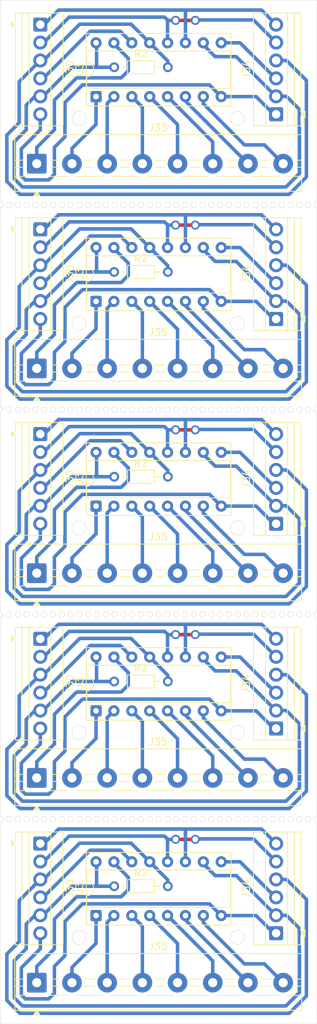
<source format=kicad_pcb>
(kicad_pcb (version 20241229) (generator "pcbnew") (generator_version "9.0")
  (layers (0 "F.Cu" signal) (2 "B.Cu" signal) (13 "F.Paste" user) (15 "B.Paste" user) (5 "F.SilkS" user "F.Silkscreen") (7 "B.SilkS" user "B.Silkscreen") (1 "F.Mask" user) (3 "B.Mask" user) (25 "Edge.Cuts" user))
  (net 0 "")
  (net 1 "GND")
  (net 2 "+5V")
  (net 3 "/Shift Register/CLOCK")
  (net 4 "/Shift Register/LATCH")
  (net 5 "/Shift Register/OUT_EN")
  (net 6 "/Shift Register/DATA_IN")
  (net 7 "/Shift Register/DATA_OUT")
  (net 8 "Net-(J35-Pin_7)")
  (net 9 "Net-(J35-Pin_1)")
  (net 10 "Net-(J35-Pin_3)")
  (net 11 "Net-(J35-Pin_2)")
  (net 12 "Net-(J35-Pin_6)")
  (net 13 "Net-(J35-Pin_8)")
  (net 14 "Net-(J35-Pin_4)")
  (net 15 "Net-(J35-Pin_5)")
  (footprint "TerminalBlock:TerminalBlock_Xinya_XY308-2.54-6P_1x06_P2.54mm_Horizontal" (layer "F.Cu") (at 30.7 144.46 -90)
    (property "Reference" "J30")
    (property "Value" "Terminal_Input")
  )
  (footprint "Package_DIP:DIP-16_W7.62mm_Socket" (layer "F.Cu") (at 38.62 125.66 90)
    (property "Reference" "U3")
    (property "Value" "74HC595")
  )
  (footprint "Resistor_THT:R_Axial_DIN0204_L3.6mm_D1.6mm_P7.62mm_Horizontal" (layer "F.Cu") (at 41.2 150.5)
    (property "Reference" "R2")
    (property "Value" "1k")
  )
  (footprint "Package_DIP:DIP-16_W7.62mm_Socket" (layer "F.Cu") (at 38.62 96.66 90)
    (property "Reference" "U3")
    (property "Value" "74HC595")
  )
  (footprint "Resistor_THT:R_Axial_DIN0204_L3.6mm_D1.6mm_P7.62mm_Horizontal" (layer "F.Cu") (at 41.2 92.5)
    (property "Reference" "R2")
    (property "Value" "1k")
  )
  (footprint "TerminalBlock:TerminalBlock_Xinya_XY308-2.54-6P_1x06_P2.54mm_Horizontal" (layer "F.Cu") (at 64.2 70.16 90)
    (property "Reference" "J34")
    (property "Value" "Terminal_Output")
  )
  (footprint "TerminalBlock:TerminalBlock_Xinya_XY308-2.54-6P_1x06_P2.54mm_Horizontal" (layer "F.Cu") (at 64.2 99.16 90)
    (property "Reference" "J34")
    (property "Value" "Terminal_Output")
  )
  (footprint "Resistor_THT:R_Axial_DIN0204_L3.6mm_D1.6mm_P7.62mm_Horizontal" (layer "F.Cu") (at 41.2 121.5)
    (property "Reference" "R2")
    (property "Value" "1k")
  )
  (footprint "TerminalBlock:TerminalBlock_Xinya_XY308-2.54-6P_1x06_P2.54mm_Horizontal" (layer "F.Cu") (at 30.7 28.46 -90)
    (property "Reference" "J30")
    (property "Value" "Terminal_Input")
  )
  (footprint "TerminalBlock:TerminalBlock_MaiXu_MX126-5.0-08P_1x08_P5.00mm" (layer "F.Cu") (at 30.2 135.16)
    (property "Reference" "J35")
    (property "Value" "Terminal_to_Relays")
  )
  (footprint "Package_DIP:DIP-16_W7.62mm_Socket" (layer "F.Cu") (at 38.62 67.66 90)
    (property "Reference" "U3")
    (property "Value" "74HC595")
  )
  (footprint "Resistor_THT:R_Axial_DIN0204_L3.6mm_D1.6mm_P7.62mm_Horizontal" (layer "F.Cu") (at 41.2 63.5)
    (property "Reference" "R2")
    (property "Value" "1k")
  )
  (footprint "TerminalBlock:TerminalBlock_MaiXu_MX126-5.0-08P_1x08_P5.00mm" (layer "F.Cu") (at 30.2 164.16)
    (property "Reference" "J35")
    (property "Value" "Terminal_to_Relays")
  )
  (footprint "TerminalBlock:TerminalBlock_Xinya_XY308-2.54-6P_1x06_P2.54mm_Horizontal" (layer "F.Cu") (at 30.7 86.46 -90)
    (property "Reference" "J30")
    (property "Value" "Terminal_Input")
  )
  (footprint "TerminalBlock:TerminalBlock_Xinya_XY308-2.54-6P_1x06_P2.54mm_Horizontal" (layer "F.Cu") (at 64.2 128.16 90)
    (property "Reference" "J34")
    (property "Value" "Terminal_Output")
  )
  (footprint "TerminalBlock:TerminalBlock_MaiXu_MX126-5.0-08P_1x08_P5.00mm" (layer "F.Cu") (at 30.2 77.16)
    (property "Reference" "J35")
    (property "Value" "Terminal_to_Relays")
  )
  (footprint "Package_DIP:DIP-16_W7.62mm_Socket" (layer "F.Cu") (at 38.62 38.66 90)
    (property "Reference" "U3")
    (property "Value" "74HC595")
  )
  (footprint "Package_DIP:DIP-16_W7.62mm_Socket" (layer "F.Cu") (at 38.62 154.66 90)
    (property "Reference" "U3")
    (property "Value" "74HC595")
  )
  (footprint "TerminalBlock:TerminalBlock_Xinya_XY308-2.54-6P_1x06_P2.54mm_Horizontal" (layer "F.Cu") (at 30.7 57.46 -90)
    (property "Reference" "J30")
    (property "Value" "Terminal_Input")
  )
  (footprint "Resistor_THT:R_Axial_DIN0204_L3.6mm_D1.6mm_P7.62mm_Horizontal" (layer "F.Cu") (at 41.2 34.5)
    (property "Reference" "R2")
    (property "Value" "1k")
  )
  (footprint "TerminalBlock:TerminalBlock_MaiXu_MX126-5.0-08P_1x08_P5.00mm" (layer "F.Cu") (at 30.2 48.16)
    (property "Reference" "J35")
    (property "Value" "Terminal_to_Relays")
  )
  (footprint "TerminalBlock:TerminalBlock_Xinya_XY308-2.54-6P_1x06_P2.54mm_Horizontal" (layer "F.Cu") (at 30.7 115.46 -90)
    (property "Reference" "J30")
    (property "Value" "Terminal_Input")
  )
  (footprint "TerminalBlock:TerminalBlock_Xinya_XY308-2.54-6P_1x06_P2.54mm_Horizontal" (layer "F.Cu") (at 64.2 41.16 90)
    (property "Reference" "J34")
    (property "Value" "Terminal_Output")
  )
  (footprint "TerminalBlock:TerminalBlock_Xinya_XY308-2.54-6P_1x06_P2.54mm_Horizontal" (layer "F.Cu") (at 64.2 157.16 90)
    (property "Reference" "J34")
    (property "Value" "Terminal_Output")
  )
  (footprint "TerminalBlock:TerminalBlock_MaiXu_MX126-5.0-08P_1x08_P5.00mm" (layer "F.Cu") (at 30.2 106.16)
    (property "Reference" "J35")
    (property "Value" "Terminal_to_Relays")
  )
  (gr_circle (center 58.7 70.75) (end 57.7 70.75) (stroke (width 0.05)) (fill no) (layer "Edge.Cuts"))
  (gr_line (start 25 54.4) (end 25 54.5) (stroke (width 0.05)) (layer "Edge.Cuts"))
  (gr_circle (center 32.5 54) (end 32.9 54) (stroke (width 0.05)) (fill no) (layer "Edge.Cuts"))
  (gr_line (start 25 54.5) (end 25 82.5) (stroke (width 0.05)) (layer "Edge.Cuts"))
  (gr_line (start 25 140.5) (end 25 140.6) (stroke (width 0.05)) (layer "Edge.Cuts"))
  (gr_circle (center 28.75 83) (end 29.15 83) (stroke (width 0.05)) (fill no) (layer "Edge.Cuts"))
  (gr_arc (start 25 53.6) (mid 25.282843 53.717157) (end 25.4 54) (stroke (width 0.05)) (layer "Edge.Cuts"))
  (gr_circle (center 28.75 141) (end 29.15 141) (stroke (width 0.05)) (fill no) (layer "Edge.Cuts"))
  (gr_line (start 25 111.5) (end 25 111.6) (stroke (width 0.05)) (layer "Edge.Cuts"))
  (gr_circle (center 65 112) (end 65.4 112) (stroke (width 0.05)) (fill no) (layer "Edge.Cuts"))
  (gr_circle (center 58.7 99.75) (end 57.7 99.75) (stroke (width 0.05)) (fill no) (layer "Edge.Cuts"))
  (gr_circle (center 37.5 83) (end 37.9 83) (stroke (width 0.05)) (fill no) (layer "Edge.Cuts"))
  (gr_circle (center 53.75 141) (end 54.15 141) (stroke (width 0.05)) (fill no) (layer "Edge.Cuts"))
  (gr_circle (center 45 141) (end 45.4 141) (stroke (width 0.05)) (fill no) (layer "Edge.Cuts"))
  (gr_circle (center 48.75 141) (end 49.15 141) (stroke (width 0.05)) (fill no) (layer "Edge.Cuts"))
  (gr_circle (center 33.75 141) (end 34.15 141) (stroke (width 0.05)) (fill no) (layer "Edge.Cuts"))
  (gr_circle (center 45 54) (end 45.4 54) (stroke (width 0.05)) (fill no) (layer "Edge.Cuts"))
  (gr_arc (start 70 54.4) (mid 69.717157 54.282843) (end 69.6 54) (stroke (width 0.05)) (layer "Edge.Cuts"))
  (gr_circle (center 48.75 112) (end 49.15 112) (stroke (width 0.05)) (fill no) (layer "Edge.Cuts"))
  (gr_circle (center 58.7 157.75) (end 57.7 157.75) (stroke (width 0.05)) (fill no) (layer "Edge.Cuts"))
  (gr_circle (center 68.75 112) (end 69.15 112) (stroke (width 0.05)) (fill no) (layer "Edge.Cuts"))
  (gr_arc (start 25.4 54) (mid 25.282843 54.282843) (end 25 54.4) (stroke (width 0.05)) (layer "Edge.Cuts"))
  (gr_circle (center 26.25 112) (end 26.65 112) (stroke (width 0.05)) (fill no) (layer "Edge.Cuts"))
  (gr_circle (center 53.75 112) (end 54.15 112) (stroke (width 0.05)) (fill no) (layer "Edge.Cuts"))
  (gr_line (start 70 111.6) (end 70 111.5) (stroke (width 0.05)) (layer "Edge.Cuts"))
  (gr_circle (center 58.75 54) (end 59.15 54) (stroke (width 0.05)) (fill no) (layer "Edge.Cuts"))
  (gr_line (start 70 54.5) (end 70 82.5) (stroke (width 0.05)) (layer "Edge.Cuts"))
  (gr_circle (center 31.25 141) (end 31.65 141) (stroke (width 0.05)) (fill no) (layer "Edge.Cuts"))
  (gr_line (start 25 25) (end 25 53.5) (stroke (width 0.05)) (layer "Edge.Cuts"))
  (gr_circle (center 63.75 83) (end 64.15 83) (stroke (width 0.05)) (fill no) (layer "Edge.Cuts"))
  (gr_circle (center 36.25 112) (end 36.65 112) (stroke (width 0.05)) (fill no) (layer "Edge.Cuts"))
  (gr_line (start 25 83.5) (end 25 111.5) (stroke (width 0.05)) (layer "Edge.Cuts"))
  (gr_circle (center 38.75 83) (end 39.15 83) (stroke (width 0.05)) (fill no) (layer "Edge.Cuts"))
  (gr_circle (center 41.25 54) (end 41.65 54) (stroke (width 0.05)) (fill no) (layer "Edge.Cuts"))
  (gr_circle (center 30 112) (end 30.4 112) (stroke (width 0.05)) (fill no) (layer "Edge.Cuts"))
  (gr_circle (center 63.75 112) (end 64.15 112) (stroke (width 0.05)) (fill no) (layer "Edge.Cuts"))
  (gr_circle (center 33.75 83) (end 34.15 83) (stroke (width 0.05)) (fill no) (layer "Edge.Cuts"))
  (gr_circle (center 57.5 83) (end 57.9 83) (stroke (width 0.05)) (fill no) (layer "Edge.Cuts"))
  (gr_circle (center 41.25 83) (end 41.65 83) (stroke (width 0.05)) (fill no) (layer "Edge.Cuts"))
  (gr_circle (center 68.75 83) (end 69.15 83) (stroke (width 0.05)) (fill no) (layer "Edge.Cuts"))
  (gr_circle (center 35 54) (end 35.4 54) (stroke (width 0.05)) (fill no) (layer "Edge.Cuts"))
  (gr_arc (start 25 82.6) (mid 25.282843 82.717157) (end 25.4 83) (stroke (width 0.05)) (layer "Edge.Cuts"))
  (gr_line (start 70 53.6) (end 70 53.5) (stroke (width 0.05)) (layer "Edge.Cuts"))
  (gr_circle (center 43.75 83) (end 44.15 83) (stroke (width 0.05)) (fill no) (layer "Edge.Cuts"))
  (gr_line (start 25 53.5) (end 25 53.6) (stroke (width 0.05)) (layer "Edge.Cuts"))
  (gr_circle (center 55 112) (end 55.4 112) (stroke (width 0.05)) (fill no) (layer "Edge.Cuts"))
  (gr_circle (center 26.25 54) (end 26.65 54) (stroke (width 0.05)) (fill no) (layer "Edge.Cuts"))
  (gr_circle (center 31.25 112) (end 31.65 112) (stroke (width 0.05)) (fill no) (layer "Edge.Cuts"))
  (gr_circle (center 55 141) (end 55.4 141) (stroke (width 0.05)) (fill no) (layer "Edge.Cuts"))
  (gr_circle (center 61.25 54) (end 61.65 54) (stroke (width 0.05)) (fill no) (layer "Edge.Cuts"))
  (gr_circle (center 51.25 112) (end 51.65 112) (stroke (width 0.05)) (fill no) (layer "Edge.Cuts"))
  (gr_circle (center 42.5 54) (end 42.9 54) (stroke (width 0.05)) (fill no) (layer "Edge.Cuts"))
  (gr_line (start 70 54.4) (end 70 54.5) (stroke (width 0.05)) (layer "Edge.Cuts"))
  (gr_circle (center 46.25 112) (end 46.65 112) (stroke (width 0.05)) (fill no) (layer "Edge.Cuts"))
  (gr_circle (center 68.75 141) (end 69.15 141) (stroke (width 0.05)) (fill no) (layer "Edge.Cuts"))
  (gr_circle (center 32.5 112) (end 32.9 112) (stroke (width 0.05)) (fill no) (layer "Edge.Cuts"))
  (gr_circle (center 65 83) (end 65.4 83) (stroke (width 0.05)) (fill no) (layer "Edge.Cuts"))
  (gr_circle (center 36.2 41.75) (end 35.2 41.850781) (stroke (width 0.05)) (fill no) (layer "Edge.Cuts"))
  (gr_circle (center 63.75 54) (end 64.15 54) (stroke (width 0.05)) (fill no) (layer "Edge.Cuts"))
  (gr_circle (center 28.75 54) (end 29.15 54) (stroke (width 0.05)) (fill no) (layer "Edge.Cuts"))
  (gr_circle (center 48.75 83) (end 49.15 83) (stroke (width 0.05)) (fill no) (layer "Edge.Cuts"))
  (gr_circle (center 37.5 54) (end 37.9 54) (stroke (width 0.05)) (fill no) (layer "Edge.Cuts"))
  (gr_circle (center 26.25 141) (end 26.65 141) (stroke (width 0.05)) (fill no) (layer "Edge.Cuts"))
  (gr_circle (center 68.75 54) (end 69.15 54) (stroke (width 0.05)) (fill no) (layer "Edge.Cuts"))
  (gr_circle (center 37.5 112) (end 37.9 112) (stroke (width 0.05)) (fill no) (layer "Edge.Cuts"))
  (gr_circle (center 53.75 83) (end 54.15 83) (stroke (width 0.05)) (fill no) (layer "Edge.Cuts"))
  (gr_arc (start 25.4 141) (mid 25.282843 141.282843) (end 25 141.4) (stroke (width 0.05)) (layer "Edge.Cuts"))
  (gr_circle (center 43.75 112) (end 44.15 112) (stroke (width 0.05)) (fill no) (layer "Edge.Cuts"))
  (gr_circle (center 26.25 83) (end 26.65 83) (stroke (width 0.05)) (fill no) (layer "Edge.Cuts"))
  (gr_circle (center 52.5 141) (end 52.9 141) (stroke (width 0.05)) (fill no) (layer "Edge.Cuts"))
  (gr_arc (start 69.6 112) (mid 69.717157 111.717157) (end 70 111.6) (stroke (width 0.05)) (layer "Edge.Cuts"))
  (gr_circle (center 27.5 141) (end 27.9 141) (stroke (width 0.05)) (fill no) (layer "Edge.Cuts"))
  (gr_circle (center 66.25 83) (end 66.65 83) (stroke (width 0.05)) (fill no) (layer "Edge.Cuts"))
  (gr_circle (center 42.5 141) (end 42.9 141) (stroke (width 0.05)) (fill no) (layer "Edge.Cuts"))
  (gr_circle (center 30 83) (end 30.4 83) (stroke (width 0.05)) (fill no) (layer "Edge.Cuts"))
  (gr_circle (center 50 141) (end 50.4 141) (stroke (width 0.05)) (fill no) (layer "Edge.Cuts"))
  (gr_line (start 70 141.4) (end 70 141.5) (stroke (width 0.05)) (layer "Edge.Cuts"))
  (gr_circle (center 42.5 112) (end 42.9 112) (stroke (width 0.05)) (fill no) (layer "Edge.Cuts"))
  (gr_line (start 25 82.5) (end 25 82.6) (stroke (width 0.05)) (layer "Edge.Cuts"))
  (gr_circle (center 47.5 112) (end 47.9 112) (stroke (width 0.05)) (fill no) (layer "Edge.Cuts"))
  (gr_circle (center 31.25 83) (end 31.65 83) (stroke (width 0.05)) (fill no) (layer "Edge.Cuts"))
  (gr_line (start 70 83.5) (end 70 111.5) (stroke (width 0.05)) (layer "Edge.Cuts"))
  (gr_line (start 25 141.4) (end 25 141.5) (stroke (width 0.05)) (layer "Edge.Cuts"))
  (gr_circle (center 52.5 83) (end 52.9 83) (stroke (width 0.05)) (fill no) (layer "Edge.Cuts"))
  (gr_circle (center 36.2 128.75) (end 35.2 128.850781) (stroke (width 0.05)) (fill no) (layer "Edge.Cuts"))
  (gr_arc (start 69.6 141) (mid 69.717157 140.717157) (end 70 140.6) (stroke (width 0.05)) (layer "Edge.Cuts"))
  (gr_circle (center 35 112) (end 35.4 112) (stroke (width 0.05)) (fill no) (layer "Edge.Cuts"))
  (gr_circle (center 50 83) (end 50.4 83) (stroke (width 0.05)) (fill no) (layer "Edge.Cuts"))
  (gr_circle (center 67.5 141) (end 67.9 141) (stroke (width 0.05)) (fill no) (layer "Edge.Cuts"))
  (gr_circle (center 30 54) (end 30.4 54) (stroke (width 0.05)) (fill no) (layer "Edge.Cuts"))
  (gr_arc (start 25.4 112) (mid 25.282843 112.282843) (end 25 112.4) (stroke (width 0.05)) (layer "Edge.Cuts"))
  (gr_circle (center 52.5 112) (end 52.9 112) (stroke (width 0.05)) (fill no) (layer "Edge.Cuts"))
  (gr_circle (center 35 83) (end 35.4 83) (stroke (width 0.05)) (fill no) (layer "Edge.Cuts"))
  (gr_circle (center 58.75 141) (end 59.15 141) (stroke (width 0.05)) (fill no) (layer "Edge.Cuts"))
  (gr_circle (center 60 54) (end 60.4 54) (stroke (width 0.05)) (fill no) (layer "Edge.Cuts"))
  (gr_circle (center 60 83) (end 60.4 83) (stroke (width 0.05)) (fill no) (layer "Edge.Cuts"))
  (gr_circle (center 57.5 112) (end 57.9 112) (stroke (width 0.05)) (fill no) (layer "Edge.Cuts"))
  (gr_circle (center 32.5 83) (end 32.9 83) (stroke (width 0.05)) (fill no) (layer "Edge.Cuts"))
  (gr_arc (start 70 112.4) (mid 69.717157 112.282843) (end 69.6 112) (stroke (width 0.05)) (layer "Edge.Cuts"))
  (gr_line (start 70 82.6) (end 70 82.5) (stroke (width 0.05)) (layer "Edge.Cuts"))
  (gr_arc (start 69.6 54) (mid 69.717157 53.717157) (end 70 53.6) (stroke (width 0.05)) (layer "Edge.Cuts"))
  (gr_circle (center 50 112) (end 50.4 112) (stroke (width 0.05)) (fill no) (layer "Edge.Cuts"))
  (gr_arc (start 70 141.4) (mid 69.717157 141.282843) (end 69.6 141) (stroke (width 0.05)) (layer "Edge.Cuts"))
  (gr_circle (center 58.75 112) (end 59.15 112) (stroke (width 0.05)) (fill no) (layer "Edge.Cuts"))
  (gr_circle (center 36.2 70.75) (end 35.2 70.850781) (stroke (width 0.05)) (fill no) (layer "Edge.Cuts"))
  (gr_line (start 25 83.4) (end 25 83.5) (stroke (width 0.05)) (layer "Edge.Cuts"))
  (gr_circle (center 30 141) (end 30.4 141) (stroke (width 0.05)) (fill no) (layer "Edge.Cuts"))
  (gr_circle (center 45 112) (end 45.4 112) (stroke (width 0.05)) (fill no) (layer "Edge.Cuts"))
  (gr_circle (center 36.2 99.75) (end 35.2 99.850781) (stroke (width 0.05)) (fill no) (layer "Edge.Cuts"))
  (gr_circle (center 36.25 83) (end 36.65 83) (stroke (width 0.05)) (fill no) (layer "Edge.Cuts"))
  (gr_circle (center 50 54) (end 50.4 54) (stroke (width 0.05)) (fill no) (layer "Edge.Cuts"))
  (gr_circle (center 61.25 112) (end 61.65 112) (stroke (width 0.05)) (fill no) (layer "Edge.Cuts"))
  (gr_circle (center 47.5 83) (end 47.9 83) (stroke (width 0.05)) (fill no) (layer "Edge.Cuts"))
  (gr_circle (center 57.5 141) (end 57.9 141) (stroke (width 0.05)) (fill no) (layer "Edge.Cuts"))
  (gr_circle (center 62.5 83) (end 62.9 83) (stroke (width 0.05)) (fill no) (layer "Edge.Cuts"))
  (gr_circle (center 48.75 54) (end 49.15 54) (stroke (width 0.05)) (fill no) (layer "Edge.Cuts"))
  (gr_circle (center 45 83) (end 45.4 83) (stroke (width 0.05)) (fill no) (layer "Edge.Cuts"))
  (gr_circle (center 46.25 141) (end 46.65 141) (stroke (width 0.05)) (fill no) (layer "Edge.Cuts"))
  (gr_circle (center 65 141) (end 65.4 141) (stroke (width 0.05)) (fill no) (layer "Edge.Cuts"))
  (gr_circle (center 66.25 54) (end 66.65 54) (stroke (width 0.05)) (fill no) (layer "Edge.Cuts"))
  (gr_circle (center 62.5 54) (end 62.9 54) (stroke (width 0.05)) (fill no) (layer "Edge.Cuts"))
  (gr_circle (center 42.5 83) (end 42.9 83) (stroke (width 0.05)) (fill no) (layer "Edge.Cuts"))
  (gr_arc (start 25.4 83) (mid 25.282843 83.282843) (end 25 83.4) (stroke (width 0.05)) (layer "Edge.Cuts"))
  (gr_line (start 70 25) (end 70 53.5) (stroke (width 0.05)) (layer "Edge.Cuts"))
  (gr_circle (center 61.25 83) (end 61.65 83) (stroke (width 0.05)) (fill no) (layer "Edge.Cuts"))
  (gr_circle (center 38.75 54) (end 39.15 54) (stroke (width 0.05)) (fill no) (layer "Edge.Cuts"))
  (gr_circle (center 61.25 141) (end 61.65 141) (stroke (width 0.05)) (fill no) (layer "Edge.Cuts"))
  (gr_circle (center 47.5 54) (end 47.9 54) (stroke (width 0.05)) (fill no) (layer "Edge.Cuts"))
  (gr_circle (center 37.5 141) (end 37.9 141) (stroke (width 0.05)) (fill no) (layer "Edge.Cuts"))
  (gr_circle (center 46.25 83) (end 46.65 83) (stroke (width 0.05)) (fill no) (layer "Edge.Cuts"))
  (gr_circle (center 36.25 141) (end 36.65 141) (stroke (width 0.05)) (fill no) (layer "Edge.Cuts"))
  (gr_circle (center 40 54) (end 40.4 54) (stroke (width 0.05)) (fill no) (layer "Edge.Cuts"))
  (gr_circle (center 41.25 112) (end 41.65 112) (stroke (width 0.05)) (fill no) (layer "Edge.Cuts"))
  (gr_circle (center 43.75 141) (end 44.15 141) (stroke (width 0.05)) (fill no) (layer "Edge.Cuts"))
  (gr_circle (center 40 141) (end 40.4 141) (stroke (width 0.05)) (fill no) (layer "Edge.Cuts"))
  (gr_line (start 25 25) (end 70 25) (stroke (width 0.05)) (layer "Edge.Cuts"))
  (gr_line (start 70 83.4) (end 70 83.5) (stroke (width 0.05)) (layer "Edge.Cuts"))
  (gr_circle (center 38.75 112) (end 39.15 112) (stroke (width 0.05)) (fill no) (layer "Edge.Cuts"))
  (gr_line (start 70 141.5) (end 70 170) (stroke (width 0.05)) (layer "Edge.Cuts"))
  (gr_circle (center 60 112) (end 60.4 112) (stroke (width 0.05)) (fill no) (layer "Edge.Cuts"))
  (gr_arc (start 70 83.4) (mid 69.717157 83.282843) (end 69.6 83) (stroke (width 0.05)) (layer "Edge.Cuts"))
  (gr_circle (center 66.25 141) (end 66.65 141) (stroke (width 0.05)) (fill no) (layer "Edge.Cuts"))
  (gr_line (start 25 112.4) (end 25 112.5) (stroke (width 0.05)) (layer "Edge.Cuts"))
  (gr_circle (center 33.75 112) (end 34.15 112) (stroke (width 0.05)) (fill no) (layer "Edge.Cuts"))
  (gr_circle (center 27.5 112) (end 27.9 112) (stroke (width 0.05)) (fill no) (layer "Edge.Cuts"))
  (gr_circle (center 56.25 83) (end 56.65 83) (stroke (width 0.05)) (fill no) (layer "Edge.Cuts"))
  (gr_circle (center 53.75 54) (end 54.15 54) (stroke (width 0.05)) (fill no) (layer "Edge.Cuts"))
  (gr_circle (center 56.25 141) (end 56.65 141) (stroke (width 0.05)) (fill no) (layer "Edge.Cuts"))
  (gr_circle (center 33.75 54) (end 34.15 54) (stroke (width 0.05)) (fill no) (layer "Edge.Cuts"))
  (gr_circle (center 35 141) (end 35.4 141) (stroke (width 0.05)) (fill no) (layer "Edge.Cuts"))
  (gr_circle (center 65 54) (end 65.4 54) (stroke (width 0.05)) (fill no) (layer "Edge.Cuts"))
  (gr_circle (center 28.75 112) (end 29.15 112) (stroke (width 0.05)) (fill no) (layer "Edge.Cuts"))
  (gr_circle (center 60 141) (end 60.4 141) (stroke (width 0.05)) (fill no) (layer "Edge.Cuts"))
  (gr_circle (center 32.5 141) (end 32.9 141) (stroke (width 0.05)) (fill no) (layer "Edge.Cuts"))
  (gr_line (start 25 170) (end 70 170) (stroke (width 0.05)) (layer "Edge.Cuts"))
  (gr_circle (center 38.75 141) (end 39.15 141) (stroke (width 0.05)) (fill no) (layer "Edge.Cuts"))
  (gr_circle (center 40 83) (end 40.4 83) (stroke (width 0.05)) (fill no) (layer "Edge.Cuts"))
  (gr_circle (center 31.25 54) (end 31.65 54) (stroke (width 0.05)) (fill no) (layer "Edge.Cuts"))
  (gr_circle (center 67.5 83) (end 67.9 83) (stroke (width 0.05)) (fill no) (layer "Edge.Cuts"))
  (gr_circle (center 55 54) (end 55.4 54) (stroke (width 0.05)) (fill no) (layer "Edge.Cuts"))
  (gr_circle (center 58.75 83) (end 59.15 83) (stroke (width 0.05)) (fill no) (layer "Edge.Cuts"))
  (gr_circle (center 27.5 54) (end 27.9 54) (stroke (width 0.05)) (fill no) (layer "Edge.Cuts"))
  (gr_circle (center 40 112) (end 40.4 112) (stroke (width 0.05)) (fill no) (layer "Edge.Cuts"))
  (gr_circle (center 46.25 54) (end 46.65 54) (stroke (width 0.05)) (fill no) (layer "Edge.Cuts"))
  (gr_circle (center 51.25 83) (end 51.65 83) (stroke (width 0.05)) (fill no) (layer "Edge.Cuts"))
  (gr_circle (center 47.5 141) (end 47.9 141) (stroke (width 0.05)) (fill no) (layer "Edge.Cuts"))
  (gr_circle (center 41.25 141) (end 41.65 141) (stroke (width 0.05)) (fill no) (layer "Edge.Cuts"))
  (gr_circle (center 62.5 112) (end 62.9 112) (stroke (width 0.05)) (fill no) (layer "Edge.Cuts"))
  (gr_line (start 25 112.5) (end 25 140.5) (stroke (width 0.05)) (layer "Edge.Cuts"))
  (gr_arc (start 25 140.6) (mid 25.282843 140.717157) (end 25.4 141) (stroke (width 0.05)) (layer "Edge.Cuts"))
  (gr_circle (center 27.5 83) (end 27.9 83) (stroke (width 0.05)) (fill no) (layer "Edge.Cuts"))
  (gr_circle (center 51.25 54) (end 51.65 54) (stroke (width 0.05)) (fill no) (layer "Edge.Cuts"))
  (gr_line (start 25 141.5) (end 25 170) (stroke (width 0.05)) (layer "Edge.Cuts"))
  (gr_circle (center 67.5 54) (end 67.9 54) (stroke (width 0.05)) (fill no) (layer "Edge.Cuts"))
  (gr_circle (center 57.5 54) (end 57.9 54) (stroke (width 0.05)) (fill no) (layer "Edge.Cuts"))
  (gr_circle (center 62.5 141) (end 62.9 141) (stroke (width 0.05)) (fill no) (layer "Edge.Cuts"))
  (gr_arc (start 69.6 83) (mid 69.717157 82.717157) (end 70 82.6) (stroke (width 0.05)) (layer "Edge.Cuts"))
  (gr_line (start 70 112.5) (end 70 140.5) (stroke (width 0.05)) (layer "Edge.Cuts"))
  (gr_circle (center 67.5 112) (end 67.9 112) (stroke (width 0.05)) (fill no) (layer "Edge.Cuts"))
  (gr_circle (center 36.25 54) (end 36.65 54) (stroke (width 0.05)) (fill no) (layer "Edge.Cuts"))
  (gr_line (start 70 112.4) (end 70 112.5) (stroke (width 0.05)) (layer "Edge.Cuts"))
  (gr_circle (center 58.7 128.75) (end 57.7 128.75) (stroke (width 0.05)) (fill no) (layer "Edge.Cuts"))
  (gr_circle (center 58.7 41.75) (end 57.7 41.75) (stroke (width 0.05)) (fill no) (layer "Edge.Cuts"))
  (gr_circle (center 55 83) (end 55.4 83) (stroke (width 0.05)) (fill no) (layer "Edge.Cuts"))
  (gr_circle (center 56.25 54) (end 56.65 54) (stroke (width 0.05)) (fill no) (layer "Edge.Cuts"))
  (gr_circle (center 43.75 54) (end 44.15 54) (stroke (width 0.05)) (fill no) (layer "Edge.Cuts"))
  (gr_arc (start 25 111.6) (mid 25.282843 111.717157) (end 25.4 112) (stroke (width 0.05)) (layer "Edge.Cuts"))
  (gr_circle (center 66.25 112) (end 66.65 112) (stroke (width 0.05)) (fill no) (layer "Edge.Cuts"))
  (gr_circle (center 52.5 54) (end 52.9 54) (stroke (width 0.05)) (fill no) (layer "Edge.Cuts"))
  (gr_circle (center 51.25 141) (end 51.65 141) (stroke (width 0.05)) (fill no) (layer "Edge.Cuts"))
  (gr_line (start 70 140.6) (end 70 140.5) (stroke (width 0.05)) (layer "Edge.Cuts"))
  (gr_circle (center 56.25 112) (end 56.65 112) (stroke (width 0.05)) (fill no) (layer "Edge.Cuts"))
  (gr_circle (center 63.75 141) (end 64.15 141) (stroke (width 0.05)) (fill no) (layer "Edge.Cuts"))
  (gr_circle (center 36.2 157.75) (end 35.2 157.850781) (stroke (width 0.05)) (fill no) (layer "Edge.Cuts"))
  (segment (start 54.74 66) (end 56.4 67.66) (width 0.5) (layer "B.Cu") (net 1))
  (segment (start 32.7 107.66) (end 32.7 103.86) (width 0.5) (layer "B.Cu") (net 1))
  (segment (start 54.74 153) (end 56.4 154.66) (width 0.5) (layer "B.Cu") (net 1))
  (segment (start 61.36 125.66) (end 63.86 128.16) (width 0.5) (layer "B.Cu") (net 1))
  (segment (start 28.001 46.059) (end 28.001 49.885372) (width 0.5) (layer "B.Cu") (net 1))
  (segment (start 31.902 50.458) (end 32.7 49.66) (width 0.5) (layer "B.Cu") (net 1))
  (segment (start 28.001 107.885372) (end 28.573628 108.458) (width 0.5) (layer "B.Cu") (net 1))
  (segment (start 28.001 136.885372) (end 28.573628 137.458) (width 0.5) (layer "B.Cu") (net 1))
  (segment (start 54.74 124) (end 56.4 125.66) (width 0.5) (layer "B.Cu") (net 1))
  (segment (start 30.7 99.16) (end 30.7 101.36) (width 0.5) (layer "B.Cu") (net 1))
  (segment (start 31.902 166.458) (end 32.7 165.66) (width 0.5) (layer "B.Cu") (net 1))
  (segment (start 56.4 96.66) (end 61.36 96.66) (width 0.5) (layer "B.Cu") (net 1))
  (segment (start 56.4 38.66) (end 61.36 38.66) (width 0.5) (layer "B.Cu") (net 1))
  (segment (start 36.7 95) (end 54.74 95) (width 0.5) (layer "B.Cu") (net 1))
  (segment (start 28.001 78.885372) (end 28.573628 79.458) (width 0.5) (layer "B.Cu") (net 1))
  (segment (start 56.4 125.66) (end 61.36 125.66) (width 0.5) (layer "B.Cu") (net 1))
  (segment (start 36.7 153) (end 54.74 153) (width 0.5) (layer "B.Cu") (net 1))
  (segment (start 56.4 154.66) (end 61.36 154.66) (width 0.5) (layer "B.Cu") (net 1))
  (segment (start 30.7 157.16) (end 30.7 159.36) (width 0.5) (layer "B.Cu") (net 1))
  (segment (start 28.001 104.059) (end 28.001 107.885372) (width 0.5) (layer "B.Cu") (net 1))
  (segment (start 34.2 39.5) (end 36.7 37) (width 0.5) (layer "B.Cu") (net 1))
  (segment (start 31.902 79.458) (end 32.7 78.66) (width 0.5) (layer "B.Cu") (net 1))
  (segment (start 32.7 103.86) (end 34.2 102.36) (width 0.5) (layer "B.Cu") (net 1))
  (segment (start 28.573628 50.458) (end 31.902 50.458) (width 0.5) (layer "B.Cu") (net 1))
  (segment (start 34.2 68.5) (end 36.7 66) (width 0.5) (layer "B.Cu") (net 1))
  (segment (start 61.36 154.66) (end 63.86 157.16) (width 0.5) (layer "B.Cu") (net 1))
  (segment (start 36.7 37) (end 54.74 37) (width 0.5) (layer "B.Cu") (net 1))
  (segment (start 28.001 49.885372) (end 28.573628 50.458) (width 0.5) (layer "B.Cu") (net 1))
  (segment (start 61.36 96.66) (end 63.86 99.16) (width 0.5) (layer "B.Cu") (net 1))
  (segment (start 32.7 78.66) (end 32.7 74.86) (width 0.5) (layer "B.Cu") (net 1))
  (segment (start 30.7 130.36) (end 28.001 133.059) (width 0.5) (layer "B.Cu") (net 1))
  (segment (start 32.7 165.66) (end 32.7 161.86) (width 0.5) (layer "B.Cu") (net 1))
  (segment (start 63.86 41.16) (end 64.2 41.16) (width 0.5) (layer "B.Cu") (net 1))
  (segment (start 54.74 95) (end 56.4 96.66) (width 0.5) (layer "B.Cu") (net 1))
  (segment (start 34.2 97.5) (end 36.7 95) (width 0.5) (layer "B.Cu") (net 1))
  (segment (start 32.7 74.86) (end 34.2 73.36) (width 0.5) (layer "B.Cu") (net 1))
  (segment (start 34.2 44.36) (end 34.2 39.5) (width 0.5) (layer "B.Cu") (net 1))
  (segment (start 28.001 133.059) (end 28.001 136.885372) (width 0.5) (layer "B.Cu") (net 1))
  (segment (start 28.573628 137.458) (end 31.902 137.458) (width 0.5) (layer "B.Cu") (net 1))
  (segment (start 36.7 66) (end 54.74 66) (width 0.5) (layer "B.Cu") (net 1))
  (segment (start 28.001 162.059) (end 28.001 165.885372) (width 0.5) (layer "B.Cu") (net 1))
  (segment (start 61.36 38.66) (end 63.86 41.16) (width 0.5) (layer "B.Cu") (net 1))
  (segment (start 30.7 43.36) (end 28.001 46.059) (width 0.5) (layer "B.Cu") (net 1))
  (segment (start 32.7 161.86) (end 34.2 160.36) (width 0.5) (layer "B.Cu") (net 1))
  (segment (start 28.573628 79.458) (end 31.902 79.458) (width 0.5) (layer "B.Cu") (net 1))
  (segment (start 32.7 132.86) (end 34.2 131.36) (width 0.5) (layer "B.Cu") (net 1))
  (segment (start 32.7 45.86) (end 34.2 44.36) (width 0.5) (layer "B.Cu") (net 1))
  (segment (start 34.2 126.5) (end 36.7 124) (width 0.5) (layer "B.Cu") (net 1))
  (segment (start 34.2 102.36) (end 34.2 97.5) (width 0.5) (layer "B.Cu") (net 1))
  (segment (start 61.36 67.66) (end 63.86 70.16) (width 0.5) (layer "B.Cu") (net 1))
  (segment (start 30.7 101.36) (end 28.001 104.059) (width 0.5) (layer "B.Cu") (net 1))
  (segment (start 28.001 165.885372) (end 28.573628 166.458) (width 0.5) (layer "B.Cu") (net 1))
  (segment (start 28.573628 108.458) (end 31.902 108.458) (width 0.5) (layer "B.Cu") (net 1))
  (segment (start 28.001 75.059) (end 28.001 78.885372) (width 0.5) (layer "B.Cu") (net 1))
  (segment (start 54.74 37) (end 56.4 38.66) (width 0.5) (layer "B.Cu") (net 1))
  (segment (start 30.7 72.36) (end 28.001 75.059) (width 0.5) (layer "B.Cu") (net 1))
  (segment (start 34.2 131.36) (end 34.2 126.5) (width 0.5) (layer "B.Cu") (net 1))
  (segment (start 31.902 137.458) (end 32.7 136.66) (width 0.5) (layer "B.Cu") (net 1))
  (segment (start 30.7 128.16) (end 30.7 130.36) (width 0.5) (layer "B.Cu") (net 1))
  (segment (start 32.7 136.66) (end 32.7 132.86) (width 0.5) (layer "B.Cu") (net 1))
  (segment (start 56.4 67.66) (end 61.36 67.66) (width 0.5) (layer "B.Cu") (net 1))
  (segment (start 30.7 41.16) (end 30.7 43.36) (width 0.5) (layer "B.Cu") (net 1))
  (segment (start 63.86 128.16) (end 64.2 128.16) (width 0.5) (layer "B.Cu") (net 1))
  (segment (start 34.2 73.36) (end 34.2 68.5) (width 0.5) (layer "B.Cu") (net 1))
  (segment (start 63.86 157.16) (end 64.2 157.16) (width 0.5) (layer "B.Cu") (net 1))
  (segment (start 31.902 108.458) (end 32.7 107.66) (width 0.5) (layer "B.Cu") (net 1))
  (segment (start 28.573628 166.458) (end 31.902 166.458) (width 0.5) (layer "B.Cu") (net 1))
  (segment (start 30.7 70.16) (end 30.7 72.36) (width 0.5) (layer "B.Cu") (net 1))
  (segment (start 34.2 155.5) (end 36.7 153) (width 0.5) (layer "B.Cu") (net 1))
  (segment (start 34.2 160.36) (end 34.2 155.5) (width 0.5) (layer "B.Cu") (net 1))
  (segment (start 30.7 159.36) (end 28.001 162.059) (width 0.5) (layer "B.Cu") (net 1))
  (segment (start 36.7 124) (end 54.74 124) (width 0.5) (layer "B.Cu") (net 1))
  (segment (start 63.86 70.16) (end 64.2 70.16) (width 0.5) (layer "B.Cu") (net 1))
  (segment (start 32.7 49.66) (end 32.7 45.86) (width 0.5) (layer "B.Cu") (net 1))
  (segment (start 63.86 99.16) (end 64.2 99.16) (width 0.5) (layer "B.Cu") (net 1))
  (segment (start 67.499 78.561) (end 67.499 69.4565) (width 0.5) (layer "B.Cu") (net 2))
  (segment (start 55.54 33) (end 53.86 31.32) (width 0.5) (layer "B.Cu") (net 2))
  (segment (start 64.16 154.62) (end 58.54 149) (width 0.5) (layer "B.Cu") (net 2))
  (segment (start 28.159 167.459) (end 65.601 167.459) (width 0.5) (layer "B.Cu") (net 2))
  (segment (start 29.94 38.62) (end 28.7 39.86) (width 0.5) (layer "B.Cu") (net 2))
  (segment (start 64.2 96.62) (end 64.16 96.62) (width 0.5) (layer "B.Cu") (net 2))
  (segment (start 31.08 67.62) (end 35.2 63.5) (width 0.5) (layer "B.Cu") (net 2))
  (segment (start 28.7 68.86) (end 28.7 72.36) (width 0.5) (layer "B.Cu") (net 2))
  (segment (start 30.7 154.62) (end 29.94 154.62) (width 0.5) (layer "B.Cu") (net 2))
  (segment (start 67.499 98.4565) (end 65.6625 96.62) (width 0.5) (layer "B.Cu") (net 2))
  (segment (start 67.499 49.561) (end 67.499 40.4565) (width 0.5) (layer "B.Cu") (net 2))
  (segment (start 27 132.06) (end 27 137.3) (width 0.5) (layer "B.Cu") (net 2))
  (segment (start 28.7 39.86) (end 28.7 43.36) (width 0.5) (layer "B.Cu") (net 2))
  (segment (start 28.7 130.36) (end 27 132.06) (width 0.5) (layer "B.Cu") (net 2))
  (segment (start 31.08 96.62) (end 35.2 92.5) (width 0.5) (layer "B.Cu") (net 2))
  (segment (start 53.86 147.32) (end 53.86 147.04) (width 0.5) (layer "B.Cu") (net 2))
  (segment (start 58.54 149) (end 55.54 149) (width 0.5) (layer "B.Cu") (net 2))
  (segment (start 67.499 136.561) (end 67.499 127.4565) (width 0.5) (layer "B.Cu") (net 2))
  (segment (start 38.7 34.5) (end 38.7 31.12) (width 0.5) (layer "B.Cu") (net 2))
  (segment (start 29.94 125.62) (end 28.7 126.86) (width 0.5) (layer "B.Cu") (net 2))
  (segment (start 65.601 109.459) (end 67.499 107.561) (width 0.5) (layer "B.Cu") (net 2))
  (segment (start 65.601 138.459) (end 67.499 136.561) (width 0.5) (layer "B.Cu") (net 2))
  (segment (start 65.6625 67.62) (end 64.2 67.62) (width 0.5) (layer "B.Cu") (net 2))
  (segment (start 30.7 125.62) (end 29.94 125.62) (width 0.5) (layer "B.Cu") (net 2))
  (segment (start 29.94 154.62) (end 28.7 155.86) (width 0.5) (layer "B.Cu") (net 2))
  (segment (start 28.7 97.86) (end 28.7 101.36) (width 0.5) (layer "B.Cu") (net 2))
  (segment (start 67.499 127.4565) (end 65.6625 125.62) (width 0.5) (layer "B.Cu") (net 2))
  (segment (start 30.7 96.62) (end 31.08 96.62) (width 0.5) (layer "B.Cu") (net 2))
  (segment (start 38.7 147.12) (end 38.62 147.04) (width 0.5) (layer "B.Cu") (net 2))
  (segment (start 38.7 150.5) (end 41.2 150.5) (width 0.5) (layer "B.Cu") (net 2))
  (segment (start 64.16 96.62) (end 58.54 91) (width 0.5) (layer "B.Cu") (net 2))
  (segment (start 53.86 89.32) (end 53.86 89.04) (width 0.5) (layer "B.Cu") (net 2))
  (segment (start 31.08 38.62) (end 35.2 34.5) (width 0.5) (layer "B.Cu") (net 2))
  (segment (start 28.7 72.36) (end 27 74.06) (width 0.5) (layer "B.Cu") (net 2))
  (segment (start 67.499 40.4565) (end 65.6625 38.62) (width 0.5) (layer "B.Cu") (net 2))
  (segment (start 27 103.06) (end 27 108.3) (width 0.5) (layer "B.Cu") (net 2))
  (segment (start 38.7 150.5) (end 38.7 147.12) (width 0.5) (layer "B.Cu") (net 2))
  (segment (start 30.7 67.62) (end 31.08 67.62) (width 0.5) (layer "B.Cu") (net 2))
  (segment (start 38.7 63.5) (end 38.7 60.12) (width 0.5) (layer "B.Cu") (net 2))
  (segment (start 27 45.06) (end 27 50.3) (width 0.5) (layer "B.Cu") (net 2))
  (segment (start 64.2 125.62) (end 64.16 125.62) (width 0.5) (layer "B.Cu") (net 2))
  (segment (start 28.7 159.36) (end 27 161.06) (width 0.5) (layer "B.Cu") (net 2))
  (segment (start 58.54 120) (end 55.54 120) (width 0.5) (layer "B.Cu") (net 2))
  (segment (start 27 137.3) (end 28.159 138.459) (width 0.5) (layer "B.Cu") (net 2))
  (segment (start 27 161.06) (end 27 166.3) (width 0.5) (layer "B.Cu") (net 2))
  (segment (start 64.16 38.62) (end 58.54 33) (width 0.5) (layer "B.Cu") (net 2))
  (segment (start 38.7 121.5) (end 41.2 121.5) (width 0.5) (layer "B.Cu") (net 2))
  (segment (start 28.159 109.459) (end 65.601 109.459) (width 0.5) (layer "B.Cu") (net 2))
  (segment (start 55.54 149) (end 53.86 147.32) (width 0.5) (layer "B.Cu") (net 2))
  (segment (start 65.601 80.459) (end 67.499 78.561) (width 0.5) (layer "B.Cu") (net 2))
  (segment (start 55.54 62) (end 53.86 60.32) (width 0.5) (layer "B.Cu") (net 2))
  (segment (start 27 50.3) (end 28.159 51.459) (width 0.5) (layer "B.Cu") (net 2))
  (segment (start 28.7 101.36) (end 27 103.06) (width 0.5) (layer "B.Cu") (net 2))
  (segment (start 27 166.3) (end 28.159 167.459) (width 0.5) (layer "B.Cu") (net 2))
  (segment (start 29.94 96.62) (end 28.7 97.86) (width 0.5) (layer "B.Cu") (net 2))
  (segment (start 53.86 118.32) (end 53.86 118.04) (width 0.5) (layer "B.Cu") (net 2))
  (segment (start 38.7 34.5) (end 41.2 34.5) (width 0.5) (layer "B.Cu") (net 2))
  (segment (start 28.7 126.86) (end 28.7 130.36) (width 0.5) (layer "B.Cu") (net 2))
  (segment (start 58.54 91) (end 55.54 91) (width 0.5) (layer "B.Cu") (net 2))
  (segment (start 38.7 60.12) (end 38.62 60.04) (width 0.5) (layer "B.Cu") (net 2))
  (segment (start 64.2 38.62) (end 64.16 38.62) (width 0.5) (layer "B.Cu") (net 2))
  (segment (start 53.86 31.32) (end 53.86 31.04) (width 0.5) (layer "B.Cu") (net 2))
  (segment (start 65.6625 125.62) (end 64.2 125.62) (width 0.5) (layer "B.Cu") (net 2))
  (segment (start 55.54 120) (end 53.86 118.32) (width 0.5) (layer "B.Cu") (net 2))
  (segment (start 35.2 34.5) (end 38.7 34.5) (width 0.5) (layer "B.Cu") (net 2))
  (segment (start 64.16 67.62) (end 58.54 62) (width 0.5) (layer "B.Cu") (net 2))
  (segment (start 67.499 156.4565) (end 65.6625 154.62) (width 0.5) (layer "B.Cu") (net 2))
  (segment (start 38.7 89.12) (end 38.62 89.04) (width 0.5) (layer "B.Cu") (net 2))
  (segment (start 53.86 60.32) (end 53.86 60.04) (width 0.5) (layer "B.Cu") (net 2))
  (segment (start 38.7 63.5) (end 41.2 63.5) (width 0.5) (layer "B.Cu") (net 2))
  (segment (start 58.54 33) (end 55.54 33) (width 0.5) (layer "B.Cu") (net 2))
  (segment (start 38.7 118.12) (end 38.62 118.04) (width 0.5) (layer "B.Cu") (net 2))
  (segment (start 28.159 138.459) (end 65.601 138.459) (width 0.5) (layer "B.Cu") (net 2))
  (segment (start 67.499 165.561) (end 67.499 156.4565) (width 0.5) (layer "B.Cu") (net 2))
  (segment (start 30.7 38.62) (end 31.08 38.62) (width 0.5) (layer "B.Cu") (net 2))
  (segment (start 28.7 43.36) (end 27 45.06) (width 0.5) (layer "B.Cu") (net 2))
  (segment (start 28.7 155.86) (end 28.7 159.36) (width 0.5) (layer "B.Cu") (net 2))
  (segment (start 67.499 107.561) (end 67.499 98.4565) (width 0.5) (layer "B.Cu") (net 2))
  (segment (start 65.6625 96.62) (end 64.2 96.62) (width 0.5) (layer "B.Cu") (net 2))
  (segment (start 64.16 125.62) (end 58.54 120) (width 0.5) (layer "B.Cu") (net 2))
  (segment (start 35.2 63.5) (end 38.7 63.5) (width 0.5) (layer "B.Cu") (net 2))
  (segment (start 64.2 67.62) (end 64.16 67.62) (width 0.5) (layer "B.Cu") (net 2))
  (segment (start 38.7 92.5) (end 38.7 89.12) (width 0.5) (layer "B.Cu") (net 2))
  (segment (start 35.2 121.5) (end 38.7 121.5) (width 0.5) (layer "B.Cu") (net 2))
  (segment (start 38.7 92.5) (end 41.2 92.5) (width 0.5) (layer "B.Cu") (net 2))
  (segment (start 29.94 67.62) (end 28.7 68.86) (width 0.5) (layer "B.Cu") (net 2))
  (segment (start 65.601 167.459) (end 67.499 165.561) (width 0.5) (layer "B.Cu") (net 2))
  (segment (start 55.54 91) (end 53.86 89.32) (width 0.5) (layer "B.Cu") (net 2))
  (segment (start 30.7 96.62) (end 29.94 96.62) (width 0.5) (layer "B.Cu") (net 2))
  (segment (start 28.159 51.459) (end 65.601 51.459) (width 0.5) (layer "B.Cu") (net 2))
  (segment (start 38.7 121.5) (end 38.7 118.12) (width 0.5) (layer "B.Cu") (net 2))
  (segment (start 27 74.06) (end 27 79.3) (width 0.5) (layer "B.Cu") (net 2))
  (segment (start 30.7 67.62) (end 29.94 67.62) (width 0.5) (layer "B.Cu") (net 2))
  (segment (start 35.2 150.5) (end 38.7 150.5) (width 0.5) (layer "B.Cu") (net 2))
  (segment (start 30.7 154.62) (end 31.08 154.62) (width 0.5) (layer "B.Cu") (net 2))
  (segment (start 35.2 92.5) (end 38.7 92.5) (width 0.5) (layer "B.Cu") (net 2))
  (segment (start 65.6625 38.62) (end 64.2 38.62) (width 0.5) (layer "B.Cu") (net 2))
  (segment (start 38.7 31.12) (end 38.62 31.04) (width 0.5) (layer "B.Cu") (net 2))
  (segment (start 28.159 80.459) (end 65.601 80.459) (width 0.5) (layer "B.Cu") (net 2))
  (segment (start 31.08 125.62) (end 35.2 121.5) (width 0.5) (layer "B.Cu") (net 2))
  (segment (start 30.7 38.62) (end 29.94 38.62) (width 0.5) (layer "B.Cu") (net 2))
  (segment (start 30.7 125.62) (end 31.08 125.62) (width 0.5) (layer "B.Cu") (net 2))
  (segment (start 65.6625 154.62) (end 64.2 154.62) (width 0.5) (layer "B.Cu") (net 2))
  (segment (start 27 108.3) (end 28.159 109.459) (width 0.5) (layer "B.Cu") (net 2))
  (segment (start 58.54 62) (end 55.54 62) (width 0.5) (layer "B.Cu") (net 2))
  (segment (start 67.499 69.4565) (end 65.6625 67.62) (width 0.5) (layer "B.Cu") (net 2))
  (segment (start 27 79.3) (end 28.159 80.459) (width 0.5) (layer "B.Cu") (net 2))
  (segment (start 31.08 154.62) (end 35.2 150.5) (width 0.5) (layer "B.Cu") (net 2))
  (segment (start 65.601 51.459) (end 67.499 49.561) (width 0.5) (layer "B.Cu") (net 2))
  (segment (start 64.2 154.62) (end 64.16 154.62) (width 0.5) (layer "B.Cu") (net 2))
  (segment (start 62.14 26.4) (end 64.2 28.46) (width 0.5) (layer "B.Cu") (net 3))
  (segment (start 51.32 55.42) (end 51.3 55.4) (width 0.5) (layer "B.Cu") (net 3))
  (segment (start 31.24 115.46) (end 33.3 113.4) (width 0.5) (layer "B.Cu") (net 3))
  (segment (start 51.46 55.4) (end 62.14 55.4) (width 0.5) (layer "B.Cu") (net 3))
  (segment (start 51.32 118.04) (end 51.32 113.42) (width 0.5) (layer "B.Cu") (net 3))
  (segment (start 30.7 28.46) (end 31.24 28.46) (width 0.5) (layer "B.Cu") (net 3))
  (segment (start 31.24 86.46) (end 33.3 84.4) (width 0.5) (layer "B.Cu") (net 3))
  (segment (start 30.7 57.46) (end 31.24 57.46) (width 0.5) (layer "B.Cu") (net 3))
  (segment (start 51.46 84.4) (end 62.14 84.4) (width 0.5) (layer "B.Cu") (net 3))
  (segment (start 51.32 84.42) (end 51.3 84.4) (width 0.5) (layer "B.Cu") (net 3))
  (segment (start 51.32 142.42) (end 51.3 142.4) (width 0.5) (layer "B.Cu") (net 3))
  (segment (start 51.32 31.04) (end 51.32 26.42) (width 0.5) (layer "B.Cu") (net 3))
  (segment (start 51.32 89.04) (end 51.32 84.42) (width 0.5) (layer "B.Cu") (net 3))
  (segment (start 62.14 84.4) (end 64.2 86.46) (width 0.5) (layer "B.Cu") (net 3))
  (segment (start 31.24 144.46) (end 33.3 142.4) (width 0.5) (layer "B.Cu") (net 3))
  (segment (start 33.3 142.4) (end 51.46 142.4) (width 0.5) (layer "B.Cu") (net 3))
  (segment (start 51.32 113.42) (end 51.3 113.4) (width 0.5) (layer "B.Cu") (net 3))
  (segment (start 51.46 113.4) (end 62.14 113.4) (width 0.5) (layer "B.Cu") (net 3))
  (segment (start 31.24 57.46) (end 33.3 55.4) (width 0.5) (layer "B.Cu") (net 3))
  (segment (start 51.46 142.4) (end 62.14 142.4) (width 0.5) (layer "B.Cu") (net 3))
  (segment (start 62.14 113.4) (end 64.2 115.46) (width 0.5) (layer "B.Cu") (net 3))
  (segment (start 33.3 84.4) (end 51.46 84.4) (width 0.5) (layer "B.Cu") (net 3))
  (segment (start 51.32 147.04) (end 51.32 142.42) (width 0.5) (layer "B.Cu") (net 3))
  (segment (start 30.7 144.46) (end 31.24 144.46) (width 0.5) (layer "B.Cu") (net 3))
  (segment (start 30.7 115.46) (end 31.24 115.46) (width 0.5) (layer "B.Cu") (net 3))
  (segment (start 33.3 55.4) (end 51.46 55.4) (width 0.5) (layer "B.Cu") (net 3))
  (segment (start 30.7 86.46) (end 31.24 86.46) (width 0.5) (layer "B.Cu") (net 3))
  (segment (start 31.24 28.46) (end 33.3 26.4) (width 0.5) (layer "B.Cu") (net 3))
  (segment (start 62.14 55.4) (end 64.2 57.46) (width 0.5) (layer "B.Cu") (net 3))
  (segment (start 33.3 26.4) (end 51.46 26.4) (width 0.5) (layer "B.Cu") (net 3))
  (segment (start 51.32 26.42) (end 51.3 26.4) (width 0.5) (layer "B.Cu") (net 3))
  (segment (start 51.46 26.4) (end 62.14 26.4) (width 0.5) (layer "B.Cu") (net 3))
  (segment (start 51.32 60.04) (end 51.32 55.42) (width 0.5) (layer "B.Cu") (net 3))
  (segment (start 33.3 113.4) (end 51.46 113.4) (width 0.5) (layer "B.Cu") (net 3))
  (segment (start 62.14 142.4) (end 64.2 144.46) (width 0.5) (layer "B.Cu") (net 3))
  (segment (start 49.92 56.86) (end 52.72 56.86) (width 0.5) (layer "F.Cu") (net 4))
  (segment (start 49.92 85.86) (end 52.72 85.86) (width 0.5) (layer "F.Cu") (net 4))
  (segment (start 49.92 114.86) (end 52.72 114.86) (width 0.5) (layer "F.Cu") (net 4))
  (segment (start 49.92 27.86) (end 52.72 27.86) (width 0.5) (layer "F.Cu") (net 4))
  (segment (start 49.92 143.86) (end 52.72 143.86) (width 0.5) (layer "F.Cu") (net 4))
  (via (at 52.72 56.86) (size 1.3) (drill 0.8) (layers "F.Cu" "B.Cu") (net 4))
  (via (at 49.92 114.86) (size 1.3) (drill 0.8) (layers "F.Cu" "B.Cu") (net 4))
  (via (at 52.72 143.86) (size 1.3) (drill 0.8) (layers "F.Cu" "B.Cu") (net 4))
  (via (at 49.92 27.86) (size 1.3) (drill 0.8) (layers "F.Cu" "B.Cu") (net 4))
  (via (at 49.92 85.86) (size 1.3) (drill 0.8) (layers "F.Cu" "B.Cu") (net 4))
  (via (at 52.72 27.86) (size 1.3) (drill 0.8) (layers "F.Cu" "B.Cu") (net 4))
  (via (at 52.72 85.86) (size 1.3) (drill 0.8) (layers "F.Cu" "B.Cu") (net 4))
  (via (at 49.92 143.86) (size 1.3) (drill 0.8) (layers "F.Cu" "B.Cu") (net 4))
  (via (at 49.92 56.86) (size 1.3) (drill 0.8) (layers "F.Cu" "B.Cu") (net 4))
  (via (at 52.72 114.86) (size 1.3) (drill 0.8) (layers "F.Cu" "B.Cu") (net 4))
  (segment (start 48.35 85.4) (end 48.78 85.83) (width 0.5) (layer "B.Cu") (net 4))
  (segment (start 48.78 143.83) (end 48.78 147.04) (width 0.5) (layer "B.Cu") (net 4))
  (segment (start 52.78 114.8) (end 61 114.8) (width 0.5) (layer "B.Cu") (net 4))
  (segment (start 30.7 118) (end 31.2 118) (width 0.5) (layer "B.Cu") (net 4))
  (segment (start 31.2 147) (end 34.8 143.4) (width 0.5) (layer "B.Cu") (net 4))
  (segment (start 49.92 143.86) (end 48.78 143.86) (width 0.5) (layer "B.Cu") (net 4))
  (segment (start 61 114.8) (end 64.2 118) (width 0.5) (layer "B.Cu") (net 4))
  (segment (start 34.8 143.4) (end 48.35 143.4) (width 0.5) (layer "B.Cu") (net 4))
  (segment (start 30.7 60) (end 31.2 60) (width 0.5) (layer "B.Cu") (net 4))
  (segment (start 52.72 27.86) (end 52.78 27.8) (width 0.5) (layer "B.Cu") (net 4))
  (segment (start 31.2 60) (end 34.8 56.4) (width 0.5) (layer "B.Cu") (net 4))
  (segment (start 49.92 56.86) (end 48.78 56.86) (width 0.5) (layer "B.Cu") (net 4))
  (segment (start 48.78 56.83) (end 48.78 60.04) (width 0.5) (layer "B.Cu") (net 4))
  (segment (start 48.35 56.4) (end 48.78 56.83) (width 0.5) (layer "B.Cu") (net 4))
  (segment (start 61 85.8) (end 64.2 89) (width 0.5) (layer "B.Cu") (net 4))
  (segment (start 52.78 27.8) (end 61 27.8) (width 0.5) (layer "B.Cu") (net 4))
  (segment (start 52.72 114.86) (end 52.78 114.8) (width 0.5) (layer "B.Cu") (net 4))
  (segment (start 48.78 114.83) (end 48.78 118.04) (width 0.5) (layer "B.Cu") (net 4))
  (segment (start 31.2 118) (end 34.8 114.4) (width 0.5) (layer "B.Cu") (net 4))
  (segment (start 48.35 143.4) (end 48.78 143.83) (width 0.5) (layer "B.Cu") (net 4))
  (segment (start 49.92 27.86) (end 48.78 27.86) (width 0.5) (layer "B.Cu") (net 4))
  (segment (start 48.78 85.83) (end 48.78 89.04) (width 0.5) (layer "B.Cu") (net 4))
  (segment (start 61 56.8) (end 64.2 60) (width 0.5) (layer "B.Cu") (net 4))
  (segment (start 34.8 85.4) (end 48.35 85.4) (width 0.5) (layer "B.Cu") (net 4))
  (segment (start 61 27.8) (end 64.2 31) (width 0.5) (layer "B.Cu") (net 4))
  (segment (start 34.8 114.4) (end 48.35 114.4) (width 0.5) (layer "B.Cu") (net 4))
  (segment (start 52.78 56.8) (end 61 56.8) (width 0.5) (layer "B.Cu") (net 4))
  (segment (start 49.92 114.86) (end 48.78 114.86) (width 0.5) (layer "B.Cu") (net 4))
  (segment (start 52.78 85.8) (end 61 85.8) (width 0.5) (layer "B.Cu") (net 4))
  (segment (start 30.7 147) (end 31.2 147) (width 0.5) (layer "B.Cu") (net 4))
  (segment (start 31.2 89) (end 34.8 85.4) (width 0.5) (layer "B.Cu") (net 4))
  (segment (start 48.35 27.4) (end 48.78 27.83) (width 0.5) (layer "B.Cu") (net 4))
  (segment (start 30.7 89) (end 31.2 89) (width 0.5) (layer "B.Cu") (net 4))
  (segment (start 34.8 27.4) (end 48.35 27.4) (width 0.5) (layer "B.Cu") (net 4))
  (segment (start 52.72 143.86) (end 52.78 143.8) (width 0.5) (layer "B.Cu") (net 4))
  (segment (start 52.78 143.8) (end 61 143.8) (width 0.5) (layer "B.Cu") (net 4))
  (segment (start 48.78 27.83) (end 48.78 31.04) (width 0.5) (layer "B.Cu") (net 4))
  (segment (start 34.8 56.4) (end 48.35 56.4) (width 0.5) (layer "B.Cu") (net 4))
  (segment (start 49.92 85.86) (end 48.78 85.86) (width 0.5) (layer "B.Cu") (net 4))
  (segment (start 61 143.8) (end 64.2 147) (width 0.5) (layer "B.Cu") (net 4))
  (segment (start 52.72 56.86) (end 52.78 56.8) (width 0.5) (layer "B.Cu") (net 4))
  (segment (start 48.35 114.4) (end 48.78 114.83) (width 0.5) (layer "B.Cu") (net 4))
  (segment (start 30.7 31) (end 31.2 31) (width 0.5) (layer "B.Cu") (net 4))
  (segment (start 52.72 85.86) (end 52.78 85.8) (width 0.5) (layer "B.Cu") (net 4))
  (segment (start 31.2 31) (end 34.8 27.4) (width 0.5) (layer "B.Cu") (net 4))
  (segment (start 27.7 123.54) (end 30.7 120.54) (width 0.5) (layer "B.Cu") (net 5))
  (segment (start 36.3 144.4) (end 43.6 144.4) (width 0.5) (layer "B.Cu") (net 5))
  (segment (start 31.16 91.54) (end 36.3 86.4) (width 0.5) (layer "B.Cu") (net 5))
  (segment (start 27.784372 168.5) (end 25.951 166.666628) (width 0.5) (layer "B.Cu") (net 5))
  (segment (start 48.82 120.62) (end 48.82 121.5) (width 0.5) (layer "B.Cu") (net 5))
  (segment (start 27.699 97.445372) (end 27.7 97.444372) (width 0.5) (layer "B.Cu") (net 5))
  (segment (start 64.2 91.54) (end 65.68 91.54) (width 0.5) (layer "B.Cu") (net 5))
  (segment (start 25.951 73.109) (end 27.699 71.361) (width 0.5) (layer "B.Cu") (net 5))
  (segment (start 30.7 33.54) (end 31.16 33.54) (width 0.5) (layer "B.Cu") (net 5))
  (segment (start 31.16 149.54) (end 36.3 144.4) (width 0.5) (layer "B.Cu") (net 5))
  (segment (start 46.24 89.04) (end 48.82 91.62) (width 0.5) (layer "B.Cu") (net 5))
  (segment (start 25.951 131.109) (end 27.699 129.361) (width 0.5) (layer "B.Cu") (net 5))
  (segment (start 27.699 42.361) (end 27.699 39.445372) (width 0.5) (layer "B.Cu") (net 5))
  (segment (start 27.7 39.444372) (end 27.7 36.54) (width 0.5) (layer "B.Cu") (net 5))
  (segment (start 30.7 62.54) (end 31.16 62.54) (width 0.5) (layer "B.Cu") (net 5))
  (segment (start 27.699 126.445372) (end 27.7 126.444372) (width 0.5) (layer "B.Cu") (net 5))
  (segment (start 48.82 91.62) (end 48.82 92.5) (width 0.5) (layer "B.Cu") (net 5))
  (segment (start 68.5 166.06) (end 66.06 168.5) (width 0.5) (layer "B.Cu") (net 5))
  (segment (start 43.6 115.4) (end 46.24 118.04) (width 0.5) (layer "B.Cu") (net 5))
  (segment (start 43.6 28.4) (end 46.24 31.04) (width 0.5) (layer "B.Cu") (net 5))
  (segment (start 66.06 139.5) (end 27.784372 139.5) (width 0.5) (layer "B.Cu") (net 5))
  (segment (start 27.699 39.445372) (end 27.7 39.444372) (width 0.5) (layer "B.Cu") (net 5))
  (segment (start 36.3 57.4) (end 43.6 57.4) (width 0.5) (layer "B.Cu") (net 5))
  (segment (start 46.24 118.04) (end 48.82 120.62) (width 0.5) (layer "B.Cu") (net 5))
  (segment (start 65.68 120.54) (end 68.5 123.36) (width 0.5) (layer "B.Cu") (net 5))
  (segment (start 25.951 137.666628) (end 25.951 131.109) (width 0.5) (layer "B.Cu") (net 5))
  (segment (start 30.7 91.54) (end 31.16 91.54) (width 0.5) (layer "B.Cu") (net 5))
  (segment (start 48.82 149.62) (end 48.82 150.5) (width 0.5) (layer "B.Cu") (net 5))
  (segment (start 27.699 158.361) (end 27.699 155.445372) (width 0.5) (layer "B.Cu") (net 5))
  (segment (start 27.7 126.444372) (end 27.7 123.54) (width 0.5) (layer "B.Cu") (net 5))
  (segment (start 25.951 102.109) (end 27.699 100.361) (width 0.5) (layer "B.Cu") (net 5))
  (segment (start 65.68 62.54) (end 68.5 65.36) (width 0.5) (layer "B.Cu") (net 5))
  (segment (start 30.7 149.54) (end 31.16 149.54) (width 0.5) (layer "B.Cu") (net 5))
  (segment (start 27.7 68.444372) (end 27.7 65.54) (width 0.5) (layer "B.Cu") (net 5))
  (segment (start 68.5 79.06) (end 66.06 81.5) (width 0.5) (layer "B.Cu") (net 5))
  (segment (start 68.5 50.06) (end 66.06 52.5) (width 0.5) (layer "B.Cu") (net 5))
  (segment (start 48.82 62.62) (end 48.82 63.5) (width 0.5) (layer "B.Cu") (net 5))
  (segment (start 27.7 94.54) (end 30.7 91.54) (width 0.5) (layer "B.Cu") (net 5))
  (segment (start 31.16 33.54) (end 36.3 28.4) (width 0.5) (layer "B.Cu") (net 5))
  (segment (start 27.784372 52.5) (end 25.951 50.666628) (width 0.5) (layer "B.Cu") (net 5))
  (segment (start 46.24 147.04) (end 48.82 149.62) (width 0.5) (layer "B.Cu") (net 5))
  (segment (start 27.699 100.361) (end 27.699 97.445372) (width 0.5) (layer "B.Cu") (net 5))
  (segment (start 68.5 108.06) (end 66.06 110.5) (width 0.5) (layer "B.Cu") (net 5))
  (segment (start 27.7 97.444372) (end 27.7 94.54) (width 0.5) (layer "B.Cu") (net 5))
  (segment (start 66.06 110.5) (end 27.784372 110.5) (width 0.5) (layer "B.Cu") (net 5))
  (segment (start 66.06 81.5) (end 27.784372 81.5) (width 0.5) (layer "B.Cu") (net 5))
  (segment (start 25.951 50.666628) (end 25.951 44.109) (width 0.5) (layer "B.Cu") (net 5))
  (segment (start 46.24 31.04) (end 48.82 33.62) (width 0.5) (layer "B.Cu") (net 5))
  (segment (start 27.784372 139.5) (end 25.951 137.666628) (width 0.5) (layer "B.Cu") (net 5))
  (segment (start 27.699 71.361) (end 27.699 68.445372) (width 0.5) (layer "B.Cu") (net 5))
  (segment (start 25.951 160.109) (end 27.699 158.361) (width 0.5) (layer "B.Cu") (net 5))
  (segment (start 46.24 60.04) (end 48.82 62.62) (width 0.5) (layer "B.Cu") (net 5))
  (segment (start 25.951 166.666628) (end 25.951 160.109) (width 0.5) (layer "B.Cu") (net 5))
  (segment (start 27.784372 81.5) (end 25.951 79.666628) (width 0.5) (layer "B.Cu") (net 5))
  (segment (start 43.6 57.4) (end 46.24 60.04) (width 0.5) (layer "B.Cu") (net 5))
  (segment (start 64.2 120.54) (end 65.68 120.54) (width 0.5) (layer "B.Cu") (net 5))
  (segment (start 66.06 52.5) (end 27.784372 52.5) (width 0.5) (layer "B.Cu") (net 5))
  (segment (start 43.6 144.4) (end 46.24 147.04) (width 0.5) (layer "B.Cu") (net 5))
  (segment (start 64.2 33.54) (end 65.68 33.54) (width 0.5) (layer "B.Cu") (net 5))
  (segment (start 27.699 68.445372) (end 27.7 68.444372) (width 0.5) (layer "B.Cu") (net 5))
  (segment (start 68.5 94.36) (end 68.5 108.06) (width 0.5) (layer "B.Cu") (net 5))
  (segment (start 27.699 155.445372) (end 27.7 155.444372) (width 0.5) (layer "B.Cu") (net 5))
  (segment (start 65.68 149.54) (end 68.5 152.36) (width 0.5) (layer "B.Cu") (net 5))
  (segment (start 27.699 129.361) (end 27.699 126.445372) (width 0.5) (layer "B.Cu") (net 5))
  (segment (start 66.06 168.5) (end 27.784372 168.5) (width 0.5) (layer "B.Cu") (net 5))
  (segment (start 25.951 108.666628) (end 25.951 102.109) (width 0.5) (layer "B.Cu") (net 5))
  (segment (start 68.5 137.06) (end 66.06 139.5) (width 0.5) (layer "B.Cu") (net 5))
  (segment (start 64.2 62.54) (end 65.68 62.54) (width 0.5) (layer "B.Cu") (net 5))
  (segment (start 68.5 123.36) (end 68.5 137.06) (width 0.5) (layer "B.Cu") (net 5))
  (segment (start 43.6 86.4) (end 46.24 89.04) (width 0.5) (layer "B.Cu") (net 5))
  (segment (start 31.16 120.54) (end 36.3 115.4) (width 0.5) (layer "B.Cu") (net 5))
  (segment (start 65.68 33.54) (end 68.5 36.36) (width 0.5) (layer "B.Cu") (net 5))
  (segment (start 31.16 62.54) (end 36.3 57.4) (width 0.5) (layer "B.Cu") (net 5))
  (segment (start 25.951 79.666628) (end 25.951 73.109) (width 0.5) (layer "B.Cu") (net 5))
  (segment (start 65.68 91.54) (end 68.5 94.36) (width 0.5) (layer "B.Cu") (net 5))
  (segment (start 48.82 33.62) (end 48.82 34.5) (width 0.5) (layer "B.Cu") (net 5))
  (segment (start 36.3 115.4) (end 43.6 115.4) (width 0.5) (layer "B.Cu") (net 5))
  (segment (start 27.7 36.54) (end 30.7 33.54) (width 0.5) (layer "B.Cu") (net 5))
  (segment (start 27.784372 110.5) (end 25.951 108.666628) (width 0.5) (layer "B.Cu") (net 5))
  (segment (start 30.7 120.54) (end 31.16 120.54) (width 0.5) (layer "B.Cu") (net 5))
  (segment (start 27.7 65.54) (end 30.7 62.54) (width 0.5) (layer "B.Cu") (net 5))
  (segment (start 68.5 65.36) (end 68.5 79.06) (width 0.5) (layer "B.Cu") (net 5))
  (segment (start 27.7 152.54) (end 30.7 149.54) (width 0.5) (layer "B.Cu") (net 5))
  (segment (start 64.2 149.54) (end 65.68 149.54) (width 0.5) (layer "B.Cu") (net 5))
  (segment (start 36.3 86.4) (end 43.6 86.4) (width 0.5) (layer "B.Cu") (net 5))
  (segment (start 27.7 155.444372) (end 27.7 152.54) (width 0.5) (layer "B.Cu") (net 5))
  (segment (start 25.951 44.109) (end 27.699 42.361) (width 0.5) (layer "B.Cu") (net 5))
  (segment (start 68.5 36.36) (end 68.5 50.06) (width 0.5) (layer "B.Cu") (net 5))
  (segment (start 36.3 28.4) (end 43.6 28.4) (width 0.5) (layer "B.Cu") (net 5))
  (segment (start 68.5 152.36) (end 68.5 166.06) (width 0.5) (layer "B.Cu") (net 5))
  (segment (start 30.7 152.08) (end 31.12 152.08) (width 0.5) (layer "B.Cu") (net 6))
  (segment (start 42.06 58.4) (end 43.7 60.04) (width 0.5) (layer "B.Cu") (net 6))
  (segment (start 30.7 123.08) (end 31.12 123.08) (width 0.5) (layer "B.Cu") (net 6))
  (segment (start 30.7 65.08) (end 31.12 65.08) (width 0.5) (layer "B.Cu") (net 6))
  (segment (start 37.8 145.4) (end 42.06 145.4) (width 0.5) (layer "B.Cu") (net 6))
  (segment (start 37.8 29.4) (end 42.06 29.4) (width 0.5) (layer "B.Cu") (net 6))
  (segment (start 30.7 36.08) (end 31.12 36.08) (width 0.5) (layer "B.Cu") (net 6))
  (segment (start 31.12 65.08) (end 37.8 58.4) (width 0.5) (layer "B.Cu") (net 6))
  (segment (start 42.06 29.4) (end 43.7 31.04) (width 0.5) (layer "B.Cu") (net 6))
  (segment (start 42.06 116.4) (end 43.7 118.04) (width 0.5) (layer "B.Cu") (net 6))
  (segment (start 31.12 152.08) (end 37.8 145.4) (width 0.5) (layer "B.Cu") (net 6))
  (segment (start 30.7 94.08) (end 31.12 94.08) (width 0.5) (layer "B.Cu") (net 6))
  (segment (start 31.12 36.08) (end 37.8 29.4) (width 0.5) (layer "B.Cu") (net 6))
  (segment (start 31.12 94.08) (end 37.8 87.4) (width 0.5) (layer "B.Cu") (net 6))
  (segment (start 37.8 116.4) (end 42.06 116.4) (width 0.5) (layer "B.Cu") (net 6))
  (segment (start 37.8 87.4) (end 42.06 87.4) (width 0.5) (layer "B.Cu") (net 6))
  (segment (start 42.06 145.4) (end 43.7 147.04) (width 0.5) (layer "B.Cu") (net 6))
  (segment (start 31.12 123.08) (end 37.8 116.4) (width 0.5) (layer "B.Cu") (net 6))
  (segment (start 42.06 87.4) (end 43.7 89.04) (width 0.5) (layer "B.Cu") (net 6))
  (segment (start 37.8 58.4) (end 42.06 58.4) (width 0.5) (layer "B.Cu") (net 6))
  (segment (start 64.12 94.08) (end 64.2 94.08) (width 0.5) (layer "B.Cu") (net 7))
  (segment (start 64.12 123.08) (end 64.2 123.08) (width 0.5) (layer "B.Cu") (net 7))
  (segment (start 64.12 65.08) (end 64.2 65.08) (width 0.5) (layer "B.Cu") (net 7))
  (segment (start 59.08 147.04) (end 64.12 152.08) (width 0.5) (layer "B.Cu") (net 7))
  (segment (start 56.4 60.04) (end 59.08 60.04) (width 0.5) (layer "B.Cu") (net 7))
  (segment (start 59.08 31.04) (end 64.12 36.08) (width 0.5) (layer "B.Cu") (net 7))
  (segment (start 56.4 89.04) (end 59.08 89.04) (width 0.5) (layer "B.Cu") (net 7))
  (segment (start 59.08 89.04) (end 64.12 94.08) (width 0.5) (layer "B.Cu") (net 7))
  (segment (start 59.08 118.04) (end 64.12 123.08) (width 0.5) (layer "B.Cu") (net 7))
  (segment (start 56.4 31.04) (end 59.08 31.04) (width 0.5) (layer "B.Cu") (net 7))
  (segment (start 64.12 152.08) (end 64.2 152.08) (width 0.5) (layer "B.Cu") (net 7))
  (segment (start 56.4 147.04) (end 59.08 147.04) (width 0.5) (layer "B.Cu") (net 7))
  (segment (start 56.4 118.04) (end 59.08 118.04) (width 0.5) (layer "B.Cu") (net 7))
  (segment (start 64.12 36.08) (end 64.2 36.08) (width 0.5) (layer "B.Cu") (net 7))
  (segment (start 59.08 60.04) (end 64.12 65.08) (width 0.5) (layer "B.Cu") (net 7))
  (segment (start 60.2 106.16) (end 51.32 97.28) (width 0.5) (layer "B.Cu") (net 8))
  (segment (start 51.32 126.28) (end 51.32 125.66) (width 0.5) (layer "B.Cu") (net 8))
  (segment (start 60.2 164.16) (end 51.32 155.28) (width 0.5) (layer "B.Cu") (net 8))
  (segment (start 51.32 97.28) (end 51.32 96.66) (width 0.5) (layer "B.Cu") (net 8))
  (segment (start 51.32 155.28) (end 51.32 154.66) (width 0.5) (layer "B.Cu") (net 8))
  (segment (start 51.32 39.28) (end 51.32 38.66) (width 0.5) (layer "B.Cu") (net 8))
  (segment (start 51.32 68.28) (end 51.32 67.66) (width 0.5) (layer "B.Cu") (net 8))
  (segment (start 60.2 135.16) (end 51.32 126.28) (width 0.5) (layer "B.Cu") (net 8))
  (segment (start 60.2 48.16) (end 51.32 39.28) (width 0.5) (layer "B.Cu") (net 8))
  (segment (start 60.2 77.16) (end 51.32 68.28) (width 0.5) (layer "B.Cu") (net 8))
  (segment (start 32.7 97.16) (end 35.86 94) (width 0.5) (layer "B.Cu") (net 9))
  (segment (start 30.2 164.16) (end 30.2 161.86) (width 0.5) (layer "B.Cu") (net 9))
  (segment (start 32.7 43.36) (end 32.7 39.16) (width 0.5) (layer "B.Cu") (net 9))
  (segment (start 43.2 93) (end 43.2 91.24) (width 0.5) (layer "B.Cu") (net 9))
  (segment (start 41.16 147.2) (end 41.16 147.04) (width 0.5) (layer "B.Cu") (net 9))
  (segment (start 32.7 68.16) (end 35.86 65) (width 0.5) (layer "B.Cu") (net 9))
  (segment (start 43.2 64) (end 43.2 62.24) (width 0.5) (layer "B.Cu") (net 9))
  (segment (start 43.2 120.24) (end 41.16 118.2) (width 0.5) (layer "B.Cu") (net 9))
  (segment (start 32.7 126.16) (end 35.86 123) (width 0.5) (layer "B.Cu") (net 9))
  (segment (start 32.7 130.36) (end 32.7 126.16) (width 0.5) (layer "B.Cu") (net 9))
  (segment (start 43.2 122) (end 43.2 120.24) (width 0.5) (layer "B.Cu") (net 9))
  (segment (start 32.7 155.16) (end 35.86 152) (width 0.5) (layer "B.Cu") (net 9))
  (segment (start 41.16 89.2) (end 41.16 89.04) (width 0.5) (layer "B.Cu") (net 9))
  (segment (start 32.7 101.36) (end 32.7 97.16) (width 0.5) (layer "B.Cu") (net 9))
  (segment (start 30.2 103.86) (end 32.7 101.36) (width 0.5) (layer "B.Cu") (net 9))
  (segment (start 41.16 118.2) (end 41.16 118.04) (width 0.5) (layer "B.Cu") (net 9))
  (segment (start 32.7 159.36) (end 32.7 155.16) (width 0.5) (layer "B.Cu") (net 9))
  (segment (start 30.2 48.16) (end 30.2 45.86) (width 0.5) (layer "B.Cu") (net 9))
  (segment (start 42.2 65) (end 43.2 64) (width 0.5) (layer "B.Cu") (net 9))
  (segment (start 30.2 77.16) (end 30.2 74.86) (width 0.5) (layer "B.Cu") (net 9))
  (segment (start 30.2 161.86) (end 32.7 159.36) (width 0.5) (layer "B.Cu") (net 9))
  (segment (start 42.2 152) (end 43.2 151) (width 0.5) (layer "B.Cu") (net 9))
  (segment (start 30.2 106.16) (end 30.2 103.86) (width 0.5) (layer "B.Cu") (net 9))
  (segment (start 43.2 33.24) (end 41.16 31.2) (width 0.5) (layer "B.Cu") (net 9))
  (segment (start 32.7 39.16) (end 35.86 36) (width 0.5) (layer "B.Cu") (net 9))
  (segment (start 43.2 151) (end 43.2 149.24) (width 0.5) (layer "B.Cu") (net 9))
  (segment (start 42.2 94) (end 43.2 93) (width 0.5) (layer "B.Cu") (net 9))
  (segment (start 41.16 60.2) (end 41.16 60.04) (width 0.5) (layer "B.Cu") (net 9))
  (segment (start 35.86 152) (end 42.2 152) (width 0.5) (layer "B.Cu") (net 9))
  (segment (start 30.2 45.86) (end 32.7 43.36) (width 0.5) (layer "B.Cu") (net 9))
  (segment (start 41.16 31.2) (end 41.16 31.04) (width 0.5) (layer "B.Cu") (net 9))
  (segment (start 35.86 36) (end 42.2 36) (width 0.5) (layer "B.Cu") (net 9))
  (segment (start 43.2 35) (end 43.2 33.24) (width 0.5) (layer "B.Cu") (net 9))
  (segment (start 32.7 72.36) (end 32.7 68.16) (width 0.5) (layer "B.Cu") (net 9))
  (segment (start 43.2 91.24) (end 41.16 89.2) (width 0.5) (layer "B.Cu") (net 9))
  (segment (start 42.2 123) (end 43.2 122) (width 0.5) (layer "B.Cu") (net 9))
  (segment (start 35.86 94) (end 42.2 94) (width 0.5) (layer "B.Cu") (net 9))
  (segment (start 43.2 62.24) (end 41.16 60.2) (width 0.5) (layer "B.Cu") (net 9))
  (segment (start 30.2 132.86) (end 32.7 130.36) (width 0.5) (layer "B.Cu") (net 9))
  (segment (start 35.86 65) (end 42.2 65) (width 0.5) (layer "B.Cu") (net 9))
  (segment (start 30.2 135.16) (end 30.2 132.86) (width 0.5) (layer "B.Cu") (net 9))
  (segment (start 42.2 36) (end 43.2 35) (width 0.5) (layer "B.Cu") (net 9))
  (segment (start 35.86 123) (end 42.2 123) (width 0.5) (layer "B.Cu") (net 9))
  (segment (start 30.2 74.86) (end 32.7 72.36) (width 0.5) (layer "B.Cu") (net 9))
  (segment (start 43.2 149.24) (end 41.16 147.2) (width 0.5) (layer "B.Cu") (net 9))
  (segment (start 40.2 68.62) (end 41.16 67.66) (width 0.5) (layer "B.Cu") (net 10))
  (segment (start 40.2 77.16) (end 40.2 68.62) (width 0.5) (layer "B.Cu") (net 10))
  (segment (start 40.2 126.62) (end 41.16 125.66) (width 0.5) (layer "B.Cu") (net 10))
  (segment (start 40.2 39.62) (end 41.16 38.66) (width 0.5) (layer "B.Cu") (net 10))
  (segment (start 40.2 97.62) (end 41.16 96.66) (width 0.5) (layer "B.Cu") (net 10))
  (segment (start 40.2 106.16) (end 40.2 97.62) (width 0.5) (layer "B.Cu") (net 10))
  (segment (start 40.2 48.16) (end 40.2 39.62) (width 0.5) (layer "B.Cu") (net 10))
  (segment (start 40.2 135.16) (end 40.2 126.62) (width 0.5) (layer "B.Cu") (net 10))
  (segment (start 40.2 155.62) (end 41.16 154.66) (width 0.5) (layer "B.Cu") (net 10))
  (segment (start 40.2 164.16) (end 40.2 155.62) (width 0.5) (layer "B.Cu") (net 10))
  (segment (start 38.62 129.58) (end 38.62 125.66) (width 0.5) (layer "B.Cu") (net 11))
  (segment (start 35.2 104) (end 38.62 100.58) (width 0.5) (layer "B.Cu") (net 11))
  (segment (start 35.2 77.16) (end 35.2 75) (width 0.5) (layer "B.Cu") (net 11))
  (segment (start 38.62 100.58) (end 38.62 96.66) (width 0.5) (layer "B.Cu") (net 11))
  (segment (start 35.2 162) (end 38.62 158.58) (width 0.5) (layer "B.Cu") (net 11))
  (segment (start 38.62 158.58) (end 38.62 154.66) (width 0.5) (layer "B.Cu") (net 11))
  (segment (start 35.2 75) (end 38.62 71.58) (width 0.5) (layer "B.Cu") (net 11))
  (segment (start 35.2 164.16) (end 35.2 162) (width 0.5) (layer "B.Cu") (net 11))
  (segment (start 35.2 135.16) (end 35.2 133) (width 0.5) (layer "B.Cu") (net 11))
  (segment (start 35.2 133) (end 38.62 129.58) (width 0.5) (layer "B.Cu") (net 11))
  (segment (start 38.62 42.58) (end 38.62 38.66) (width 0.5) (layer "B.Cu") (net 11))
  (segment (start 35.2 46) (end 38.62 42.58) (width 0.5) (layer "B.Cu") (net 11))
  (segment (start 35.2 106.16) (end 35.2 104) (width 0.5) (layer "B.Cu") (net 11))
  (segment (start 35.2 48.16) (end 35.2 46) (width 0.5) (layer "B.Cu") (net 11))
  (segment (start 38.62 71.58) (end 38.62 67.66) (width 0.5) (layer "B.Cu") (net 11))
  (segment (start 55.2 74.08) (end 48.78 67.66) (width 0.5) (layer "B.Cu") (net 12))
  (segment (start 55.2 77.16) (end 55.2 74.08) (width 0.5) (layer "B.Cu") (net 12))
  (segment (start 55.2 132.08) (end 48.78 125.66) (width 0.5) (layer "B.Cu") (net 12))
  (segment (start 55.2 106.16) (end 55.2 103.08) (width 0.5) (layer "B.Cu") (net 12))
  (segment (start 55.2 48.16) (end 55.2 45.08) (width 0.5) (layer "B.Cu") (net 12))
  (segment (start 55.2 135.16) (end 55.2 132.08) (width 0.5) (layer "B.Cu") (net 12))
  (segment (start 55.2 161.08) (end 48.78 154.66) (width 0.5) (layer "B.Cu") (net 12))
  (segment (start 55.2 164.16) (end 55.2 161.08) (width 0.5) (layer "B.Cu") (net 12))
  (segment (start 55.2 103.08) (end 48.78 96.66) (width 0.5) (layer "B.Cu") (net 12))
  (segment (start 55.2 45.08) (end 48.78 38.66) (width 0.5) (layer "B.Cu") (net 12))
  (segment (start 53.86 154.66) (end 53.86 155.66) (width 0.5) (layer "B.Cu") (net 13))
  (segment (start 53.86 97.66) (end 59.7 103.5) (width 0.5) (layer "B.Cu") (net 13))
  (segment (start 53.86 68.66) (end 59.7 74.5) (width 0.5) (layer "B.Cu") (net 13))
  (segment (start 53.86 67.66) (end 53.86 68.66) (width 0.5) (layer "B.Cu") (net 13))
  (segment (start 62.54 132.5) (end 65.2 135.16) (width 0.5) (layer "B.Cu") (net 13))
  (segment (start 62.54 74.5) (end 65.2 77.16) (width 0.5) (layer "B.Cu") (net 13))
  (segment (start 53.86 38.66) (end 53.86 39.66) (width 0.5) (layer "B.Cu") (net 13))
  (segment (start 53.86 155.66) (end 59.7 161.5) (width 0.5) (layer "B.Cu") (net 13))
  (segment (start 53.86 125.66) (end 53.86 126.66) (width 0.5) (layer "B.Cu") (net 13))
  (segment (start 62.54 103.5) (end 65.2 106.16) (width 0.5) (layer "B.Cu") (net 13))
  (segment (start 59.7 74.5) (end 62.54 74.5) (width 0.5) (layer "B.Cu") (net 13))
  (segment (start 59.7 45.5) (end 62.54 45.5) (width 0.5) (layer "B.Cu") (net 13))
  (segment (start 59.7 161.5) (end 62.54 161.5) (width 0.5) (layer "B.Cu") (net 13))
  (segment (start 53.86 39.66) (end 59.7 45.5) (width 0.5) (layer "B.Cu") (net 13))
  (segment (start 59.7 103.5) (end 62.54 103.5) (width 0.5) (layer "B.Cu") (net 13))
  (segment (start 59.7 132.5) (end 62.54 132.5) (width 0.5) (layer "B.Cu") (net 13))
  (segment (start 62.54 45.5) (end 65.2 48.16) (width 0.5) (layer "B.Cu") (net 13))
  (segment (start 53.86 96.66) (end 53.86 97.66) (width 0.5) (layer "B.Cu") (net 13))
  (segment (start 62.54 161.5) (end 65.2 164.16) (width 0.5) (layer "B.Cu") (net 13))
  (segment (start 53.86 126.66) (end 59.7 132.5) (width 0.5) (layer "B.Cu") (net 13))
  (segment (start 45.2 156.16) (end 43.7 154.66) (width 0.5) (layer "B.Cu") (net 14))
  (segment (start 45.2 69.16) (end 43.7 67.66) (width 0.5) (layer "B.Cu") (net 14))
  (segment (start 45.2 98.16) (end 43.7 96.66) (width 0.5) (layer "B.Cu") (net 14))
  (segment (start 45.2 106.16) (end 45.2 98.16) (width 0.5) (layer "B.Cu") (net 14))
  (segment (start 45.2 164.16) (end 45.2 156.16) (width 0.5) (layer "B.Cu") (net 14))
  (segment (start 45.2 77.16) (end 45.2 69.16) (width 0.5) (layer "B.Cu") (net 14))
  (segment (start 45.2 48.16) (end 45.2 40.16) (width 0.5) (layer "B.Cu") (net 14))
  (segment (start 45.2 135.16) (end 45.2 127.16) (width 0.5) (layer "B.Cu") (net 14))
  (segment (start 45.2 40.16) (end 43.7 38.66) (width 0.5) (layer "B.Cu") (net 14))
  (segment (start 45.2 127.16) (end 43.7 125.66) (width 0.5) (layer "B.Cu") (net 14))
  (segment (start 50.2 106.16) (end 50.2 100.62) (width 0.5) (layer "B.Cu") (net 15))
  (segment (start 50.2 135.16) (end 50.2 129.62) (width 0.5) (layer "B.Cu") (net 15))
  (segment (start 50.2 129.62) (end 46.24 125.66) (width 0.5) (layer "B.Cu") (net 15))
  (segment (start 50.2 42.62) (end 46.24 38.66) (width 0.5) (layer "B.Cu") (net 15))
  (segment (start 50.2 48.16) (end 50.2 42.62) (width 0.5) (layer "B.Cu") (net 15))
  (segment (start 50.2 164.16) (end 50.2 158.62) (width 0.5) (layer "B.Cu") (net 15))
  (segment (start 50.2 100.62) (end 46.24 96.66) (width 0.5) (layer "B.Cu") (net 15))
  (segment (start 50.2 158.62) (end 46.24 154.66) (width 0.5) (layer "B.Cu") (net 15))
  (segment (start 50.2 77.16) (end 50.2 71.62) (width 0.5) (layer "B.Cu") (net 15))
  (segment (start 50.2 71.62) (end 46.24 67.66) (width 0.5) (layer "B.Cu") (net 15))
)
</source>
